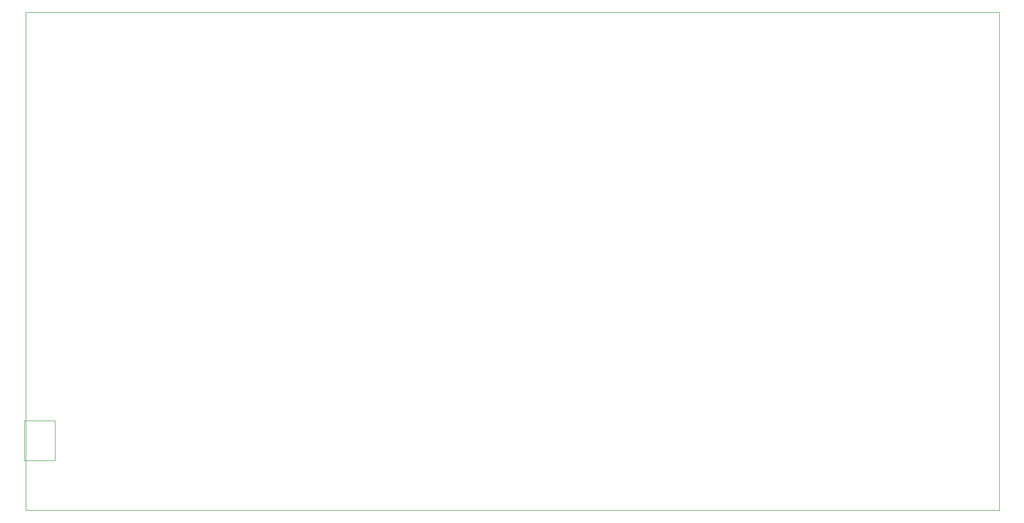
<source format=gbr>
G04 DipTrace 3.3.1.3*
G04 BoardOutline.gbr*
%MOIN*%
G04 #@! TF.FileFunction,Profile*
G04 #@! TF.Part,Single*
%ADD11C,0.005512*%
%FSLAX26Y26*%
G04*
G70*
G90*
G75*
G01*
G04 BoardOutline*
%LPD*%
X393701Y7106299D2*
D11*
X13503937D1*
Y393701D1*
X393701D1*
Y7106299D1*
X374016Y1598425D2*
X787402D1*
Y1062992D1*
X374016D1*
Y1598425D1*
M02*

</source>
